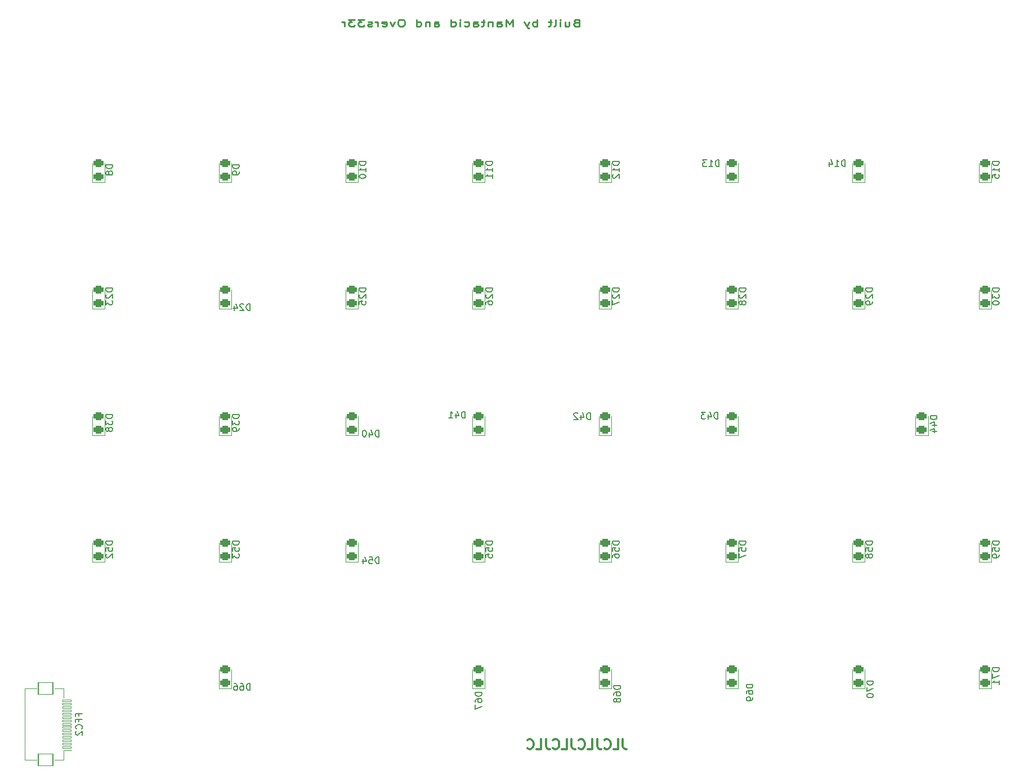
<source format=gbo>
%TF.GenerationSoftware,KiCad,Pcbnew,(6.0.10)*%
%TF.CreationDate,2023-02-02T17:49:13-08:00*%
%TF.ProjectId,netrazr_rev2-Right,6e657472-617a-4725-9f72-6576322d5269,2*%
%TF.SameCoordinates,Original*%
%TF.FileFunction,Legend,Bot*%
%TF.FilePolarity,Positive*%
%FSLAX46Y46*%
G04 Gerber Fmt 4.6, Leading zero omitted, Abs format (unit mm)*
G04 Created by KiCad (PCBNEW (6.0.10)) date 2023-02-02 17:49:13*
%MOMM*%
%LPD*%
G01*
G04 APERTURE LIST*
G04 Aperture macros list*
%AMRoundRect*
0 Rectangle with rounded corners*
0 $1 Rounding radius*
0 $2 $3 $4 $5 $6 $7 $8 $9 X,Y pos of 4 corners*
0 Add a 4 corners polygon primitive as box body*
4,1,4,$2,$3,$4,$5,$6,$7,$8,$9,$2,$3,0*
0 Add four circle primitives for the rounded corners*
1,1,$1+$1,$2,$3*
1,1,$1+$1,$4,$5*
1,1,$1+$1,$6,$7*
1,1,$1+$1,$8,$9*
0 Add four rect primitives between the rounded corners*
20,1,$1+$1,$2,$3,$4,$5,0*
20,1,$1+$1,$4,$5,$6,$7,0*
20,1,$1+$1,$6,$7,$8,$9,0*
20,1,$1+$1,$8,$9,$2,$3,0*%
G04 Aperture macros list end*
%ADD10C,0.250000*%
%ADD11C,0.300000*%
%ADD12C,0.150000*%
%ADD13C,0.120000*%
%ADD14C,3.531000*%
%ADD15C,1.803800*%
%ADD16C,1.092600*%
%ADD17C,2.134000*%
%ADD18C,3.802000*%
%ADD19RoundRect,0.301000X0.450000X-0.325000X0.450000X0.325000X-0.450000X0.325000X-0.450000X-0.325000X0*%
%ADD20RoundRect,0.051000X0.650000X-0.150000X0.650000X0.150000X-0.650000X0.150000X-0.650000X-0.150000X0*%
%ADD21RoundRect,0.051000X1.100000X-0.900000X1.100000X0.900000X-1.100000X0.900000X-1.100000X-0.900000X0*%
G04 APERTURE END LIST*
D10*
X300241714Y-65206571D02*
X300027428Y-65254190D01*
X299956000Y-65301809D01*
X299884571Y-65397047D01*
X299884571Y-65539904D01*
X299956000Y-65635142D01*
X300027428Y-65682761D01*
X300170285Y-65730380D01*
X300741714Y-65730380D01*
X300741714Y-64730380D01*
X300241714Y-64730380D01*
X300098857Y-64778000D01*
X300027428Y-64825619D01*
X299956000Y-64920857D01*
X299956000Y-65016095D01*
X300027428Y-65111333D01*
X300098857Y-65158952D01*
X300241714Y-65206571D01*
X300741714Y-65206571D01*
X298598857Y-65063714D02*
X298598857Y-65730380D01*
X299241714Y-65063714D02*
X299241714Y-65587523D01*
X299170285Y-65682761D01*
X299027428Y-65730380D01*
X298813142Y-65730380D01*
X298670285Y-65682761D01*
X298598857Y-65635142D01*
X297884571Y-65730380D02*
X297884571Y-65063714D01*
X297884571Y-64730380D02*
X297956000Y-64778000D01*
X297884571Y-64825619D01*
X297813142Y-64778000D01*
X297884571Y-64730380D01*
X297884571Y-64825619D01*
X296956000Y-65730380D02*
X297098857Y-65682761D01*
X297170285Y-65587523D01*
X297170285Y-64730380D01*
X296598857Y-65063714D02*
X296027428Y-65063714D01*
X296384571Y-64730380D02*
X296384571Y-65587523D01*
X296313142Y-65682761D01*
X296170285Y-65730380D01*
X296027428Y-65730380D01*
X294384571Y-65730380D02*
X294384571Y-64730380D01*
X294384571Y-65111333D02*
X294241714Y-65063714D01*
X293956000Y-65063714D01*
X293813142Y-65111333D01*
X293741714Y-65158952D01*
X293670285Y-65254190D01*
X293670285Y-65539904D01*
X293741714Y-65635142D01*
X293813142Y-65682761D01*
X293956000Y-65730380D01*
X294241714Y-65730380D01*
X294384571Y-65682761D01*
X293170285Y-65063714D02*
X292813142Y-65730380D01*
X292456000Y-65063714D02*
X292813142Y-65730380D01*
X292956000Y-65968476D01*
X293027428Y-66016095D01*
X293170285Y-66063714D01*
X290741714Y-65730380D02*
X290741714Y-64730380D01*
X290241714Y-65444666D01*
X289741714Y-64730380D01*
X289741714Y-65730380D01*
X288384571Y-65730380D02*
X288384571Y-65206571D01*
X288456000Y-65111333D01*
X288598857Y-65063714D01*
X288884571Y-65063714D01*
X289027428Y-65111333D01*
X288384571Y-65682761D02*
X288527428Y-65730380D01*
X288884571Y-65730380D01*
X289027428Y-65682761D01*
X289098857Y-65587523D01*
X289098857Y-65492285D01*
X289027428Y-65397047D01*
X288884571Y-65349428D01*
X288527428Y-65349428D01*
X288384571Y-65301809D01*
X287670285Y-65063714D02*
X287670285Y-65730380D01*
X287670285Y-65158952D02*
X287598857Y-65111333D01*
X287456000Y-65063714D01*
X287241714Y-65063714D01*
X287098857Y-65111333D01*
X287027428Y-65206571D01*
X287027428Y-65730380D01*
X286527428Y-65063714D02*
X285956000Y-65063714D01*
X286313142Y-64730380D02*
X286313142Y-65587523D01*
X286241714Y-65682761D01*
X286098857Y-65730380D01*
X285956000Y-65730380D01*
X284813142Y-65730380D02*
X284813142Y-65206571D01*
X284884571Y-65111333D01*
X285027428Y-65063714D01*
X285313142Y-65063714D01*
X285456000Y-65111333D01*
X284813142Y-65682761D02*
X284956000Y-65730380D01*
X285313142Y-65730380D01*
X285456000Y-65682761D01*
X285527428Y-65587523D01*
X285527428Y-65492285D01*
X285456000Y-65397047D01*
X285313142Y-65349428D01*
X284956000Y-65349428D01*
X284813142Y-65301809D01*
X283456000Y-65682761D02*
X283598857Y-65730380D01*
X283884571Y-65730380D01*
X284027428Y-65682761D01*
X284098857Y-65635142D01*
X284170285Y-65539904D01*
X284170285Y-65254190D01*
X284098857Y-65158952D01*
X284027428Y-65111333D01*
X283884571Y-65063714D01*
X283598857Y-65063714D01*
X283456000Y-65111333D01*
X282813142Y-65730380D02*
X282813142Y-65063714D01*
X282813142Y-64730380D02*
X282884571Y-64778000D01*
X282813142Y-64825619D01*
X282741714Y-64778000D01*
X282813142Y-64730380D01*
X282813142Y-64825619D01*
X281456000Y-65730380D02*
X281456000Y-64730380D01*
X281456000Y-65682761D02*
X281598857Y-65730380D01*
X281884571Y-65730380D01*
X282027428Y-65682761D01*
X282098857Y-65635142D01*
X282170285Y-65539904D01*
X282170285Y-65254190D01*
X282098857Y-65158952D01*
X282027428Y-65111333D01*
X281884571Y-65063714D01*
X281598857Y-65063714D01*
X281456000Y-65111333D01*
X278956000Y-65730380D02*
X278956000Y-65206571D01*
X279027428Y-65111333D01*
X279170285Y-65063714D01*
X279456000Y-65063714D01*
X279598857Y-65111333D01*
X278956000Y-65682761D02*
X279098857Y-65730380D01*
X279456000Y-65730380D01*
X279598857Y-65682761D01*
X279670285Y-65587523D01*
X279670285Y-65492285D01*
X279598857Y-65397047D01*
X279456000Y-65349428D01*
X279098857Y-65349428D01*
X278956000Y-65301809D01*
X278241714Y-65063714D02*
X278241714Y-65730380D01*
X278241714Y-65158952D02*
X278170285Y-65111333D01*
X278027428Y-65063714D01*
X277813142Y-65063714D01*
X277670285Y-65111333D01*
X277598857Y-65206571D01*
X277598857Y-65730380D01*
X276241714Y-65730380D02*
X276241714Y-64730380D01*
X276241714Y-65682761D02*
X276384571Y-65730380D01*
X276670285Y-65730380D01*
X276813142Y-65682761D01*
X276884571Y-65635142D01*
X276956000Y-65539904D01*
X276956000Y-65254190D01*
X276884571Y-65158952D01*
X276813142Y-65111333D01*
X276670285Y-65063714D01*
X276384571Y-65063714D01*
X276241714Y-65111333D01*
X274098857Y-64730380D02*
X273813142Y-64730380D01*
X273670285Y-64778000D01*
X273527428Y-64873238D01*
X273456000Y-65063714D01*
X273456000Y-65397047D01*
X273527428Y-65587523D01*
X273670285Y-65682761D01*
X273813142Y-65730380D01*
X274098857Y-65730380D01*
X274241714Y-65682761D01*
X274384571Y-65587523D01*
X274456000Y-65397047D01*
X274456000Y-65063714D01*
X274384571Y-64873238D01*
X274241714Y-64778000D01*
X274098857Y-64730380D01*
X272956000Y-65063714D02*
X272598857Y-65730380D01*
X272241714Y-65063714D01*
X271098857Y-65682761D02*
X271241714Y-65730380D01*
X271527428Y-65730380D01*
X271670285Y-65682761D01*
X271741714Y-65587523D01*
X271741714Y-65206571D01*
X271670285Y-65111333D01*
X271527428Y-65063714D01*
X271241714Y-65063714D01*
X271098857Y-65111333D01*
X271027428Y-65206571D01*
X271027428Y-65301809D01*
X271741714Y-65397047D01*
X270384571Y-65730380D02*
X270384571Y-65063714D01*
X270384571Y-65254190D02*
X270313142Y-65158952D01*
X270241714Y-65111333D01*
X270098857Y-65063714D01*
X269956000Y-65063714D01*
X269527428Y-65682761D02*
X269384571Y-65730380D01*
X269098857Y-65730380D01*
X268956000Y-65682761D01*
X268884571Y-65587523D01*
X268884571Y-65539904D01*
X268956000Y-65444666D01*
X269098857Y-65397047D01*
X269313142Y-65397047D01*
X269456000Y-65349428D01*
X269527428Y-65254190D01*
X269527428Y-65206571D01*
X269456000Y-65111333D01*
X269313142Y-65063714D01*
X269098857Y-65063714D01*
X268956000Y-65111333D01*
X268384571Y-64730380D02*
X267456000Y-64730380D01*
X267956000Y-65111333D01*
X267741714Y-65111333D01*
X267598857Y-65158952D01*
X267527428Y-65206571D01*
X267456000Y-65301809D01*
X267456000Y-65539904D01*
X267527428Y-65635142D01*
X267598857Y-65682761D01*
X267741714Y-65730380D01*
X268170285Y-65730380D01*
X268313142Y-65682761D01*
X268384571Y-65635142D01*
X266956000Y-64730380D02*
X266027428Y-64730380D01*
X266527428Y-65111333D01*
X266313142Y-65111333D01*
X266170285Y-65158952D01*
X266098857Y-65206571D01*
X266027428Y-65301809D01*
X266027428Y-65539904D01*
X266098857Y-65635142D01*
X266170285Y-65682761D01*
X266313142Y-65730380D01*
X266741714Y-65730380D01*
X266884571Y-65682761D01*
X266956000Y-65635142D01*
X265384571Y-65730380D02*
X265384571Y-65063714D01*
X265384571Y-65254190D02*
X265313142Y-65158952D01*
X265241714Y-65111333D01*
X265098857Y-65063714D01*
X264956000Y-65063714D01*
D11*
X307283571Y-173041571D02*
X307283571Y-174113000D01*
X307355000Y-174327285D01*
X307497857Y-174470142D01*
X307712142Y-174541571D01*
X307855000Y-174541571D01*
X305855000Y-174541571D02*
X306569285Y-174541571D01*
X306569285Y-173041571D01*
X304497857Y-174398714D02*
X304569285Y-174470142D01*
X304783571Y-174541571D01*
X304926428Y-174541571D01*
X305140714Y-174470142D01*
X305283571Y-174327285D01*
X305355000Y-174184428D01*
X305426428Y-173898714D01*
X305426428Y-173684428D01*
X305355000Y-173398714D01*
X305283571Y-173255857D01*
X305140714Y-173113000D01*
X304926428Y-173041571D01*
X304783571Y-173041571D01*
X304569285Y-173113000D01*
X304497857Y-173184428D01*
X303426428Y-173041571D02*
X303426428Y-174113000D01*
X303497857Y-174327285D01*
X303640714Y-174470142D01*
X303855000Y-174541571D01*
X303997857Y-174541571D01*
X301997857Y-174541571D02*
X302712142Y-174541571D01*
X302712142Y-173041571D01*
X300640714Y-174398714D02*
X300712142Y-174470142D01*
X300926428Y-174541571D01*
X301069285Y-174541571D01*
X301283571Y-174470142D01*
X301426428Y-174327285D01*
X301497857Y-174184428D01*
X301569285Y-173898714D01*
X301569285Y-173684428D01*
X301497857Y-173398714D01*
X301426428Y-173255857D01*
X301283571Y-173113000D01*
X301069285Y-173041571D01*
X300926428Y-173041571D01*
X300712142Y-173113000D01*
X300640714Y-173184428D01*
X299569285Y-173041571D02*
X299569285Y-174113000D01*
X299640714Y-174327285D01*
X299783571Y-174470142D01*
X299997857Y-174541571D01*
X300140714Y-174541571D01*
X298140714Y-174541571D02*
X298855000Y-174541571D01*
X298855000Y-173041571D01*
X296783571Y-174398714D02*
X296855000Y-174470142D01*
X297069285Y-174541571D01*
X297212142Y-174541571D01*
X297426428Y-174470142D01*
X297569285Y-174327285D01*
X297640714Y-174184428D01*
X297712142Y-173898714D01*
X297712142Y-173684428D01*
X297640714Y-173398714D01*
X297569285Y-173255857D01*
X297426428Y-173113000D01*
X297212142Y-173041571D01*
X297069285Y-173041571D01*
X296855000Y-173113000D01*
X296783571Y-173184428D01*
X295712142Y-173041571D02*
X295712142Y-174113000D01*
X295783571Y-174327285D01*
X295926428Y-174470142D01*
X296140714Y-174541571D01*
X296283571Y-174541571D01*
X294283571Y-174541571D02*
X294997857Y-174541571D01*
X294997857Y-173041571D01*
X292926428Y-174398714D02*
X292997857Y-174470142D01*
X293212142Y-174541571D01*
X293355000Y-174541571D01*
X293569285Y-174470142D01*
X293712142Y-174327285D01*
X293783571Y-174184428D01*
X293855000Y-173898714D01*
X293855000Y-173684428D01*
X293783571Y-173398714D01*
X293712142Y-173255857D01*
X293569285Y-173113000D01*
X293355000Y-173041571D01*
X293212142Y-173041571D01*
X292997857Y-173113000D01*
X292926428Y-173184428D01*
D12*
X306717380Y-86125714D02*
X305717380Y-86125714D01*
X305717380Y-86363809D01*
X305765000Y-86506666D01*
X305860238Y-86601904D01*
X305955476Y-86649523D01*
X306145952Y-86697142D01*
X306288809Y-86697142D01*
X306479285Y-86649523D01*
X306574523Y-86601904D01*
X306669761Y-86506666D01*
X306717380Y-86363809D01*
X306717380Y-86125714D01*
X306717380Y-87649523D02*
X306717380Y-87078095D01*
X306717380Y-87363809D02*
X305717380Y-87363809D01*
X305860238Y-87268571D01*
X305955476Y-87173333D01*
X306003095Y-87078095D01*
X305812619Y-88030476D02*
X305765000Y-88078095D01*
X305717380Y-88173333D01*
X305717380Y-88411428D01*
X305765000Y-88506666D01*
X305812619Y-88554285D01*
X305907857Y-88601904D01*
X306003095Y-88601904D01*
X306145952Y-88554285D01*
X306717380Y-87982857D01*
X306717380Y-88601904D01*
X268617380Y-86125714D02*
X267617380Y-86125714D01*
X267617380Y-86363809D01*
X267665000Y-86506666D01*
X267760238Y-86601904D01*
X267855476Y-86649523D01*
X268045952Y-86697142D01*
X268188809Y-86697142D01*
X268379285Y-86649523D01*
X268474523Y-86601904D01*
X268569761Y-86506666D01*
X268617380Y-86363809D01*
X268617380Y-86125714D01*
X268617380Y-87649523D02*
X268617380Y-87078095D01*
X268617380Y-87363809D02*
X267617380Y-87363809D01*
X267760238Y-87268571D01*
X267855476Y-87173333D01*
X267903095Y-87078095D01*
X267617380Y-88268571D02*
X267617380Y-88363809D01*
X267665000Y-88459047D01*
X267712619Y-88506666D01*
X267807857Y-88554285D01*
X267998333Y-88601904D01*
X268236428Y-88601904D01*
X268426904Y-88554285D01*
X268522142Y-88506666D01*
X268569761Y-88459047D01*
X268617380Y-88363809D01*
X268617380Y-88268571D01*
X268569761Y-88173333D01*
X268522142Y-88125714D01*
X268426904Y-88078095D01*
X268236428Y-88030476D01*
X267998333Y-88030476D01*
X267807857Y-88078095D01*
X267712619Y-88125714D01*
X267665000Y-88173333D01*
X267617380Y-88268571D01*
X363867380Y-162325714D02*
X362867380Y-162325714D01*
X362867380Y-162563809D01*
X362915000Y-162706666D01*
X363010238Y-162801904D01*
X363105476Y-162849523D01*
X363295952Y-162897142D01*
X363438809Y-162897142D01*
X363629285Y-162849523D01*
X363724523Y-162801904D01*
X363819761Y-162706666D01*
X363867380Y-162563809D01*
X363867380Y-162325714D01*
X362867380Y-163230476D02*
X362867380Y-163897142D01*
X363867380Y-163468571D01*
X363867380Y-164801904D02*
X363867380Y-164230476D01*
X363867380Y-164516190D02*
X362867380Y-164516190D01*
X363010238Y-164420952D01*
X363105476Y-164325714D01*
X363153095Y-164230476D01*
X251219285Y-165682380D02*
X251219285Y-164682380D01*
X250981190Y-164682380D01*
X250838333Y-164730000D01*
X250743095Y-164825238D01*
X250695476Y-164920476D01*
X250647857Y-165110952D01*
X250647857Y-165253809D01*
X250695476Y-165444285D01*
X250743095Y-165539523D01*
X250838333Y-165634761D01*
X250981190Y-165682380D01*
X251219285Y-165682380D01*
X249790714Y-164682380D02*
X249981190Y-164682380D01*
X250076428Y-164730000D01*
X250124047Y-164777619D01*
X250219285Y-164920476D01*
X250266904Y-165110952D01*
X250266904Y-165491904D01*
X250219285Y-165587142D01*
X250171666Y-165634761D01*
X250076428Y-165682380D01*
X249885952Y-165682380D01*
X249790714Y-165634761D01*
X249743095Y-165587142D01*
X249695476Y-165491904D01*
X249695476Y-165253809D01*
X249743095Y-165158571D01*
X249790714Y-165110952D01*
X249885952Y-165063333D01*
X250076428Y-165063333D01*
X250171666Y-165110952D01*
X250219285Y-165158571D01*
X250266904Y-165253809D01*
X248838333Y-164682380D02*
X249028809Y-164682380D01*
X249124047Y-164730000D01*
X249171666Y-164777619D01*
X249266904Y-164920476D01*
X249314523Y-165110952D01*
X249314523Y-165491904D01*
X249266904Y-165587142D01*
X249219285Y-165634761D01*
X249124047Y-165682380D01*
X248933571Y-165682380D01*
X248838333Y-165634761D01*
X248790714Y-165587142D01*
X248743095Y-165491904D01*
X248743095Y-165253809D01*
X248790714Y-165158571D01*
X248838333Y-165110952D01*
X248933571Y-165063333D01*
X249124047Y-165063333D01*
X249219285Y-165110952D01*
X249266904Y-165158571D01*
X249314523Y-165253809D01*
X321559285Y-124842380D02*
X321559285Y-123842380D01*
X321321190Y-123842380D01*
X321178333Y-123890000D01*
X321083095Y-123985238D01*
X321035476Y-124080476D01*
X320987857Y-124270952D01*
X320987857Y-124413809D01*
X321035476Y-124604285D01*
X321083095Y-124699523D01*
X321178333Y-124794761D01*
X321321190Y-124842380D01*
X321559285Y-124842380D01*
X320130714Y-124175714D02*
X320130714Y-124842380D01*
X320368809Y-123794761D02*
X320606904Y-124509047D01*
X319987857Y-124509047D01*
X319702142Y-123842380D02*
X319083095Y-123842380D01*
X319416428Y-124223333D01*
X319273571Y-124223333D01*
X319178333Y-124270952D01*
X319130714Y-124318571D01*
X319083095Y-124413809D01*
X319083095Y-124651904D01*
X319130714Y-124747142D01*
X319178333Y-124794761D01*
X319273571Y-124842380D01*
X319559285Y-124842380D01*
X319654523Y-124794761D01*
X319702142Y-124747142D01*
X230517380Y-86601904D02*
X229517380Y-86601904D01*
X229517380Y-86840000D01*
X229565000Y-86982857D01*
X229660238Y-87078095D01*
X229755476Y-87125714D01*
X229945952Y-87173333D01*
X230088809Y-87173333D01*
X230279285Y-87125714D01*
X230374523Y-87078095D01*
X230469761Y-86982857D01*
X230517380Y-86840000D01*
X230517380Y-86601904D01*
X229945952Y-87744761D02*
X229898333Y-87649523D01*
X229850714Y-87601904D01*
X229755476Y-87554285D01*
X229707857Y-87554285D01*
X229612619Y-87601904D01*
X229565000Y-87649523D01*
X229517380Y-87744761D01*
X229517380Y-87935238D01*
X229565000Y-88030476D01*
X229612619Y-88078095D01*
X229707857Y-88125714D01*
X229755476Y-88125714D01*
X229850714Y-88078095D01*
X229898333Y-88030476D01*
X229945952Y-87935238D01*
X229945952Y-87744761D01*
X229993571Y-87649523D01*
X230041190Y-87601904D01*
X230136428Y-87554285D01*
X230326904Y-87554285D01*
X230422142Y-87601904D01*
X230469761Y-87649523D01*
X230517380Y-87744761D01*
X230517380Y-87935238D01*
X230469761Y-88030476D01*
X230422142Y-88078095D01*
X230326904Y-88125714D01*
X230136428Y-88125714D01*
X230041190Y-88078095D01*
X229993571Y-88030476D01*
X229945952Y-87935238D01*
X363867380Y-105175714D02*
X362867380Y-105175714D01*
X362867380Y-105413809D01*
X362915000Y-105556666D01*
X363010238Y-105651904D01*
X363105476Y-105699523D01*
X363295952Y-105747142D01*
X363438809Y-105747142D01*
X363629285Y-105699523D01*
X363724523Y-105651904D01*
X363819761Y-105556666D01*
X363867380Y-105413809D01*
X363867380Y-105175714D01*
X362867380Y-106080476D02*
X362867380Y-106699523D01*
X363248333Y-106366190D01*
X363248333Y-106509047D01*
X363295952Y-106604285D01*
X363343571Y-106651904D01*
X363438809Y-106699523D01*
X363676904Y-106699523D01*
X363772142Y-106651904D01*
X363819761Y-106604285D01*
X363867380Y-106509047D01*
X363867380Y-106223333D01*
X363819761Y-106128095D01*
X363772142Y-106080476D01*
X362867380Y-107318571D02*
X362867380Y-107413809D01*
X362915000Y-107509047D01*
X362962619Y-107556666D01*
X363057857Y-107604285D01*
X363248333Y-107651904D01*
X363486428Y-107651904D01*
X363676904Y-107604285D01*
X363772142Y-107556666D01*
X363819761Y-107509047D01*
X363867380Y-107413809D01*
X363867380Y-107318571D01*
X363819761Y-107223333D01*
X363772142Y-107175714D01*
X363676904Y-107128095D01*
X363486428Y-107080476D01*
X363248333Y-107080476D01*
X363057857Y-107128095D01*
X362962619Y-107175714D01*
X362915000Y-107223333D01*
X362867380Y-107318571D01*
X283579285Y-124722380D02*
X283579285Y-123722380D01*
X283341190Y-123722380D01*
X283198333Y-123770000D01*
X283103095Y-123865238D01*
X283055476Y-123960476D01*
X283007857Y-124150952D01*
X283007857Y-124293809D01*
X283055476Y-124484285D01*
X283103095Y-124579523D01*
X283198333Y-124674761D01*
X283341190Y-124722380D01*
X283579285Y-124722380D01*
X282150714Y-124055714D02*
X282150714Y-124722380D01*
X282388809Y-123674761D02*
X282626904Y-124389047D01*
X282007857Y-124389047D01*
X281103095Y-124722380D02*
X281674523Y-124722380D01*
X281388809Y-124722380D02*
X281388809Y-123722380D01*
X281484047Y-123865238D01*
X281579285Y-123960476D01*
X281674523Y-124008095D01*
X270589285Y-127532380D02*
X270589285Y-126532380D01*
X270351190Y-126532380D01*
X270208333Y-126580000D01*
X270113095Y-126675238D01*
X270065476Y-126770476D01*
X270017857Y-126960952D01*
X270017857Y-127103809D01*
X270065476Y-127294285D01*
X270113095Y-127389523D01*
X270208333Y-127484761D01*
X270351190Y-127532380D01*
X270589285Y-127532380D01*
X269160714Y-126865714D02*
X269160714Y-127532380D01*
X269398809Y-126484761D02*
X269636904Y-127199047D01*
X269017857Y-127199047D01*
X268446428Y-126532380D02*
X268351190Y-126532380D01*
X268255952Y-126580000D01*
X268208333Y-126627619D01*
X268160714Y-126722857D01*
X268113095Y-126913333D01*
X268113095Y-127151428D01*
X268160714Y-127341904D01*
X268208333Y-127437142D01*
X268255952Y-127484761D01*
X268351190Y-127532380D01*
X268446428Y-127532380D01*
X268541666Y-127484761D01*
X268589285Y-127437142D01*
X268636904Y-127341904D01*
X268684523Y-127151428D01*
X268684523Y-126913333D01*
X268636904Y-126722857D01*
X268589285Y-126627619D01*
X268541666Y-126580000D01*
X268446428Y-126532380D01*
X363867380Y-86125714D02*
X362867380Y-86125714D01*
X362867380Y-86363809D01*
X362915000Y-86506666D01*
X363010238Y-86601904D01*
X363105476Y-86649523D01*
X363295952Y-86697142D01*
X363438809Y-86697142D01*
X363629285Y-86649523D01*
X363724523Y-86601904D01*
X363819761Y-86506666D01*
X363867380Y-86363809D01*
X363867380Y-86125714D01*
X363867380Y-87649523D02*
X363867380Y-87078095D01*
X363867380Y-87363809D02*
X362867380Y-87363809D01*
X363010238Y-87268571D01*
X363105476Y-87173333D01*
X363153095Y-87078095D01*
X362867380Y-88554285D02*
X362867380Y-88078095D01*
X363343571Y-88030476D01*
X363295952Y-88078095D01*
X363248333Y-88173333D01*
X363248333Y-88411428D01*
X363295952Y-88506666D01*
X363343571Y-88554285D01*
X363438809Y-88601904D01*
X363676904Y-88601904D01*
X363772142Y-88554285D01*
X363819761Y-88506666D01*
X363867380Y-88411428D01*
X363867380Y-88173333D01*
X363819761Y-88078095D01*
X363772142Y-88030476D01*
X321759285Y-86872380D02*
X321759285Y-85872380D01*
X321521190Y-85872380D01*
X321378333Y-85920000D01*
X321283095Y-86015238D01*
X321235476Y-86110476D01*
X321187857Y-86300952D01*
X321187857Y-86443809D01*
X321235476Y-86634285D01*
X321283095Y-86729523D01*
X321378333Y-86824761D01*
X321521190Y-86872380D01*
X321759285Y-86872380D01*
X320235476Y-86872380D02*
X320806904Y-86872380D01*
X320521190Y-86872380D02*
X320521190Y-85872380D01*
X320616428Y-86015238D01*
X320711666Y-86110476D01*
X320806904Y-86158095D01*
X319902142Y-85872380D02*
X319283095Y-85872380D01*
X319616428Y-86253333D01*
X319473571Y-86253333D01*
X319378333Y-86300952D01*
X319330714Y-86348571D01*
X319283095Y-86443809D01*
X319283095Y-86681904D01*
X319330714Y-86777142D01*
X319378333Y-86824761D01*
X319473571Y-86872380D01*
X319759285Y-86872380D01*
X319854523Y-86824761D01*
X319902142Y-86777142D01*
X230517380Y-105175714D02*
X229517380Y-105175714D01*
X229517380Y-105413809D01*
X229565000Y-105556666D01*
X229660238Y-105651904D01*
X229755476Y-105699523D01*
X229945952Y-105747142D01*
X230088809Y-105747142D01*
X230279285Y-105699523D01*
X230374523Y-105651904D01*
X230469761Y-105556666D01*
X230517380Y-105413809D01*
X230517380Y-105175714D01*
X229612619Y-106128095D02*
X229565000Y-106175714D01*
X229517380Y-106270952D01*
X229517380Y-106509047D01*
X229565000Y-106604285D01*
X229612619Y-106651904D01*
X229707857Y-106699523D01*
X229803095Y-106699523D01*
X229945952Y-106651904D01*
X230517380Y-106080476D01*
X230517380Y-106699523D01*
X229517380Y-107032857D02*
X229517380Y-107651904D01*
X229898333Y-107318571D01*
X229898333Y-107461428D01*
X229945952Y-107556666D01*
X229993571Y-107604285D01*
X230088809Y-107651904D01*
X230326904Y-107651904D01*
X230422142Y-107604285D01*
X230469761Y-107556666D01*
X230517380Y-107461428D01*
X230517380Y-107175714D01*
X230469761Y-107080476D01*
X230422142Y-107032857D01*
X306717380Y-143275714D02*
X305717380Y-143275714D01*
X305717380Y-143513809D01*
X305765000Y-143656666D01*
X305860238Y-143751904D01*
X305955476Y-143799523D01*
X306145952Y-143847142D01*
X306288809Y-143847142D01*
X306479285Y-143799523D01*
X306574523Y-143751904D01*
X306669761Y-143656666D01*
X306717380Y-143513809D01*
X306717380Y-143275714D01*
X305717380Y-144751904D02*
X305717380Y-144275714D01*
X306193571Y-144228095D01*
X306145952Y-144275714D01*
X306098333Y-144370952D01*
X306098333Y-144609047D01*
X306145952Y-144704285D01*
X306193571Y-144751904D01*
X306288809Y-144799523D01*
X306526904Y-144799523D01*
X306622142Y-144751904D01*
X306669761Y-144704285D01*
X306717380Y-144609047D01*
X306717380Y-144370952D01*
X306669761Y-144275714D01*
X306622142Y-144228095D01*
X305717380Y-145656666D02*
X305717380Y-145466190D01*
X305765000Y-145370952D01*
X305812619Y-145323333D01*
X305955476Y-145228095D01*
X306145952Y-145180476D01*
X306526904Y-145180476D01*
X306622142Y-145228095D01*
X306669761Y-145275714D01*
X306717380Y-145370952D01*
X306717380Y-145561428D01*
X306669761Y-145656666D01*
X306622142Y-145704285D01*
X306526904Y-145751904D01*
X306288809Y-145751904D01*
X306193571Y-145704285D01*
X306145952Y-145656666D01*
X306098333Y-145561428D01*
X306098333Y-145370952D01*
X306145952Y-145275714D01*
X306193571Y-145228095D01*
X306288809Y-145180476D01*
X270599285Y-146632380D02*
X270599285Y-145632380D01*
X270361190Y-145632380D01*
X270218333Y-145680000D01*
X270123095Y-145775238D01*
X270075476Y-145870476D01*
X270027857Y-146060952D01*
X270027857Y-146203809D01*
X270075476Y-146394285D01*
X270123095Y-146489523D01*
X270218333Y-146584761D01*
X270361190Y-146632380D01*
X270599285Y-146632380D01*
X269123095Y-145632380D02*
X269599285Y-145632380D01*
X269646904Y-146108571D01*
X269599285Y-146060952D01*
X269504047Y-146013333D01*
X269265952Y-146013333D01*
X269170714Y-146060952D01*
X269123095Y-146108571D01*
X269075476Y-146203809D01*
X269075476Y-146441904D01*
X269123095Y-146537142D01*
X269170714Y-146584761D01*
X269265952Y-146632380D01*
X269504047Y-146632380D01*
X269599285Y-146584761D01*
X269646904Y-146537142D01*
X268218333Y-145965714D02*
X268218333Y-146632380D01*
X268456428Y-145584761D02*
X268694523Y-146299047D01*
X268075476Y-146299047D01*
X249567380Y-143275714D02*
X248567380Y-143275714D01*
X248567380Y-143513809D01*
X248615000Y-143656666D01*
X248710238Y-143751904D01*
X248805476Y-143799523D01*
X248995952Y-143847142D01*
X249138809Y-143847142D01*
X249329285Y-143799523D01*
X249424523Y-143751904D01*
X249519761Y-143656666D01*
X249567380Y-143513809D01*
X249567380Y-143275714D01*
X248567380Y-144751904D02*
X248567380Y-144275714D01*
X249043571Y-144228095D01*
X248995952Y-144275714D01*
X248948333Y-144370952D01*
X248948333Y-144609047D01*
X248995952Y-144704285D01*
X249043571Y-144751904D01*
X249138809Y-144799523D01*
X249376904Y-144799523D01*
X249472142Y-144751904D01*
X249519761Y-144704285D01*
X249567380Y-144609047D01*
X249567380Y-144370952D01*
X249519761Y-144275714D01*
X249472142Y-144228095D01*
X248567380Y-145132857D02*
X248567380Y-145751904D01*
X248948333Y-145418571D01*
X248948333Y-145561428D01*
X248995952Y-145656666D01*
X249043571Y-145704285D01*
X249138809Y-145751904D01*
X249376904Y-145751904D01*
X249472142Y-145704285D01*
X249519761Y-145656666D01*
X249567380Y-145561428D01*
X249567380Y-145275714D01*
X249519761Y-145180476D01*
X249472142Y-145132857D01*
X230517380Y-143275714D02*
X229517380Y-143275714D01*
X229517380Y-143513809D01*
X229565000Y-143656666D01*
X229660238Y-143751904D01*
X229755476Y-143799523D01*
X229945952Y-143847142D01*
X230088809Y-143847142D01*
X230279285Y-143799523D01*
X230374523Y-143751904D01*
X230469761Y-143656666D01*
X230517380Y-143513809D01*
X230517380Y-143275714D01*
X229517380Y-144751904D02*
X229517380Y-144275714D01*
X229993571Y-144228095D01*
X229945952Y-144275714D01*
X229898333Y-144370952D01*
X229898333Y-144609047D01*
X229945952Y-144704285D01*
X229993571Y-144751904D01*
X230088809Y-144799523D01*
X230326904Y-144799523D01*
X230422142Y-144751904D01*
X230469761Y-144704285D01*
X230517380Y-144609047D01*
X230517380Y-144370952D01*
X230469761Y-144275714D01*
X230422142Y-144228095D01*
X229612619Y-145180476D02*
X229565000Y-145228095D01*
X229517380Y-145323333D01*
X229517380Y-145561428D01*
X229565000Y-145656666D01*
X229612619Y-145704285D01*
X229707857Y-145751904D01*
X229803095Y-145751904D01*
X229945952Y-145704285D01*
X230517380Y-145132857D01*
X230517380Y-145751904D01*
X251209285Y-108522380D02*
X251209285Y-107522380D01*
X250971190Y-107522380D01*
X250828333Y-107570000D01*
X250733095Y-107665238D01*
X250685476Y-107760476D01*
X250637857Y-107950952D01*
X250637857Y-108093809D01*
X250685476Y-108284285D01*
X250733095Y-108379523D01*
X250828333Y-108474761D01*
X250971190Y-108522380D01*
X251209285Y-108522380D01*
X250256904Y-107617619D02*
X250209285Y-107570000D01*
X250114047Y-107522380D01*
X249875952Y-107522380D01*
X249780714Y-107570000D01*
X249733095Y-107617619D01*
X249685476Y-107712857D01*
X249685476Y-107808095D01*
X249733095Y-107950952D01*
X250304523Y-108522380D01*
X249685476Y-108522380D01*
X248828333Y-107855714D02*
X248828333Y-108522380D01*
X249066428Y-107474761D02*
X249304523Y-108189047D01*
X248685476Y-108189047D01*
X326837380Y-164785714D02*
X325837380Y-164785714D01*
X325837380Y-165023809D01*
X325885000Y-165166666D01*
X325980238Y-165261904D01*
X326075476Y-165309523D01*
X326265952Y-165357142D01*
X326408809Y-165357142D01*
X326599285Y-165309523D01*
X326694523Y-165261904D01*
X326789761Y-165166666D01*
X326837380Y-165023809D01*
X326837380Y-164785714D01*
X325837380Y-166214285D02*
X325837380Y-166023809D01*
X325885000Y-165928571D01*
X325932619Y-165880952D01*
X326075476Y-165785714D01*
X326265952Y-165738095D01*
X326646904Y-165738095D01*
X326742142Y-165785714D01*
X326789761Y-165833333D01*
X326837380Y-165928571D01*
X326837380Y-166119047D01*
X326789761Y-166214285D01*
X326742142Y-166261904D01*
X326646904Y-166309523D01*
X326408809Y-166309523D01*
X326313571Y-166261904D01*
X326265952Y-166214285D01*
X326218333Y-166119047D01*
X326218333Y-165928571D01*
X326265952Y-165833333D01*
X326313571Y-165785714D01*
X326408809Y-165738095D01*
X326837380Y-166785714D02*
X326837380Y-166976190D01*
X326789761Y-167071428D01*
X326742142Y-167119047D01*
X326599285Y-167214285D01*
X326408809Y-167261904D01*
X326027857Y-167261904D01*
X325932619Y-167214285D01*
X325885000Y-167166666D01*
X325837380Y-167071428D01*
X325837380Y-166880952D01*
X325885000Y-166785714D01*
X325932619Y-166738095D01*
X326027857Y-166690476D01*
X326265952Y-166690476D01*
X326361190Y-166738095D01*
X326408809Y-166785714D01*
X326456428Y-166880952D01*
X326456428Y-167071428D01*
X326408809Y-167166666D01*
X326361190Y-167214285D01*
X326265952Y-167261904D01*
X286077380Y-166015714D02*
X285077380Y-166015714D01*
X285077380Y-166253809D01*
X285125000Y-166396666D01*
X285220238Y-166491904D01*
X285315476Y-166539523D01*
X285505952Y-166587142D01*
X285648809Y-166587142D01*
X285839285Y-166539523D01*
X285934523Y-166491904D01*
X286029761Y-166396666D01*
X286077380Y-166253809D01*
X286077380Y-166015714D01*
X285077380Y-167444285D02*
X285077380Y-167253809D01*
X285125000Y-167158571D01*
X285172619Y-167110952D01*
X285315476Y-167015714D01*
X285505952Y-166968095D01*
X285886904Y-166968095D01*
X285982142Y-167015714D01*
X286029761Y-167063333D01*
X286077380Y-167158571D01*
X286077380Y-167349047D01*
X286029761Y-167444285D01*
X285982142Y-167491904D01*
X285886904Y-167539523D01*
X285648809Y-167539523D01*
X285553571Y-167491904D01*
X285505952Y-167444285D01*
X285458333Y-167349047D01*
X285458333Y-167158571D01*
X285505952Y-167063333D01*
X285553571Y-167015714D01*
X285648809Y-166968095D01*
X285077380Y-167872857D02*
X285077380Y-168539523D01*
X286077380Y-168110952D01*
X344817380Y-143275714D02*
X343817380Y-143275714D01*
X343817380Y-143513809D01*
X343865000Y-143656666D01*
X343960238Y-143751904D01*
X344055476Y-143799523D01*
X344245952Y-143847142D01*
X344388809Y-143847142D01*
X344579285Y-143799523D01*
X344674523Y-143751904D01*
X344769761Y-143656666D01*
X344817380Y-143513809D01*
X344817380Y-143275714D01*
X343817380Y-144751904D02*
X343817380Y-144275714D01*
X344293571Y-144228095D01*
X344245952Y-144275714D01*
X344198333Y-144370952D01*
X344198333Y-144609047D01*
X344245952Y-144704285D01*
X344293571Y-144751904D01*
X344388809Y-144799523D01*
X344626904Y-144799523D01*
X344722142Y-144751904D01*
X344769761Y-144704285D01*
X344817380Y-144609047D01*
X344817380Y-144370952D01*
X344769761Y-144275714D01*
X344722142Y-144228095D01*
X344245952Y-145370952D02*
X344198333Y-145275714D01*
X344150714Y-145228095D01*
X344055476Y-145180476D01*
X344007857Y-145180476D01*
X343912619Y-145228095D01*
X343865000Y-145275714D01*
X343817380Y-145370952D01*
X343817380Y-145561428D01*
X343865000Y-145656666D01*
X343912619Y-145704285D01*
X344007857Y-145751904D01*
X344055476Y-145751904D01*
X344150714Y-145704285D01*
X344198333Y-145656666D01*
X344245952Y-145561428D01*
X344245952Y-145370952D01*
X344293571Y-145275714D01*
X344341190Y-145228095D01*
X344436428Y-145180476D01*
X344626904Y-145180476D01*
X344722142Y-145228095D01*
X344769761Y-145275714D01*
X344817380Y-145370952D01*
X344817380Y-145561428D01*
X344769761Y-145656666D01*
X344722142Y-145704285D01*
X344626904Y-145751904D01*
X344436428Y-145751904D01*
X344341190Y-145704285D01*
X344293571Y-145656666D01*
X344245952Y-145561428D01*
X354517380Y-124375714D02*
X353517380Y-124375714D01*
X353517380Y-124613809D01*
X353565000Y-124756666D01*
X353660238Y-124851904D01*
X353755476Y-124899523D01*
X353945952Y-124947142D01*
X354088809Y-124947142D01*
X354279285Y-124899523D01*
X354374523Y-124851904D01*
X354469761Y-124756666D01*
X354517380Y-124613809D01*
X354517380Y-124375714D01*
X353850714Y-125804285D02*
X354517380Y-125804285D01*
X353469761Y-125566190D02*
X354184047Y-125328095D01*
X354184047Y-125947142D01*
X353850714Y-126756666D02*
X354517380Y-126756666D01*
X353469761Y-126518571D02*
X354184047Y-126280476D01*
X354184047Y-126899523D01*
X325767380Y-143275714D02*
X324767380Y-143275714D01*
X324767380Y-143513809D01*
X324815000Y-143656666D01*
X324910238Y-143751904D01*
X325005476Y-143799523D01*
X325195952Y-143847142D01*
X325338809Y-143847142D01*
X325529285Y-143799523D01*
X325624523Y-143751904D01*
X325719761Y-143656666D01*
X325767380Y-143513809D01*
X325767380Y-143275714D01*
X324767380Y-144751904D02*
X324767380Y-144275714D01*
X325243571Y-144228095D01*
X325195952Y-144275714D01*
X325148333Y-144370952D01*
X325148333Y-144609047D01*
X325195952Y-144704285D01*
X325243571Y-144751904D01*
X325338809Y-144799523D01*
X325576904Y-144799523D01*
X325672142Y-144751904D01*
X325719761Y-144704285D01*
X325767380Y-144609047D01*
X325767380Y-144370952D01*
X325719761Y-144275714D01*
X325672142Y-144228095D01*
X324767380Y-145132857D02*
X324767380Y-145799523D01*
X325767380Y-145370952D01*
X340729285Y-86832380D02*
X340729285Y-85832380D01*
X340491190Y-85832380D01*
X340348333Y-85880000D01*
X340253095Y-85975238D01*
X340205476Y-86070476D01*
X340157857Y-86260952D01*
X340157857Y-86403809D01*
X340205476Y-86594285D01*
X340253095Y-86689523D01*
X340348333Y-86784761D01*
X340491190Y-86832380D01*
X340729285Y-86832380D01*
X339205476Y-86832380D02*
X339776904Y-86832380D01*
X339491190Y-86832380D02*
X339491190Y-85832380D01*
X339586428Y-85975238D01*
X339681666Y-86070476D01*
X339776904Y-86118095D01*
X338348333Y-86165714D02*
X338348333Y-86832380D01*
X338586428Y-85784761D02*
X338824523Y-86499047D01*
X338205476Y-86499047D01*
X302389285Y-124922380D02*
X302389285Y-123922380D01*
X302151190Y-123922380D01*
X302008333Y-123970000D01*
X301913095Y-124065238D01*
X301865476Y-124160476D01*
X301817857Y-124350952D01*
X301817857Y-124493809D01*
X301865476Y-124684285D01*
X301913095Y-124779523D01*
X302008333Y-124874761D01*
X302151190Y-124922380D01*
X302389285Y-124922380D01*
X300960714Y-124255714D02*
X300960714Y-124922380D01*
X301198809Y-123874761D02*
X301436904Y-124589047D01*
X300817857Y-124589047D01*
X300484523Y-124017619D02*
X300436904Y-123970000D01*
X300341666Y-123922380D01*
X300103571Y-123922380D01*
X300008333Y-123970000D01*
X299960714Y-124017619D01*
X299913095Y-124112857D01*
X299913095Y-124208095D01*
X299960714Y-124350952D01*
X300532142Y-124922380D01*
X299913095Y-124922380D01*
X306917380Y-165015714D02*
X305917380Y-165015714D01*
X305917380Y-165253809D01*
X305965000Y-165396666D01*
X306060238Y-165491904D01*
X306155476Y-165539523D01*
X306345952Y-165587142D01*
X306488809Y-165587142D01*
X306679285Y-165539523D01*
X306774523Y-165491904D01*
X306869761Y-165396666D01*
X306917380Y-165253809D01*
X306917380Y-165015714D01*
X305917380Y-166444285D02*
X305917380Y-166253809D01*
X305965000Y-166158571D01*
X306012619Y-166110952D01*
X306155476Y-166015714D01*
X306345952Y-165968095D01*
X306726904Y-165968095D01*
X306822142Y-166015714D01*
X306869761Y-166063333D01*
X306917380Y-166158571D01*
X306917380Y-166349047D01*
X306869761Y-166444285D01*
X306822142Y-166491904D01*
X306726904Y-166539523D01*
X306488809Y-166539523D01*
X306393571Y-166491904D01*
X306345952Y-166444285D01*
X306298333Y-166349047D01*
X306298333Y-166158571D01*
X306345952Y-166063333D01*
X306393571Y-166015714D01*
X306488809Y-165968095D01*
X306345952Y-167110952D02*
X306298333Y-167015714D01*
X306250714Y-166968095D01*
X306155476Y-166920476D01*
X306107857Y-166920476D01*
X306012619Y-166968095D01*
X305965000Y-167015714D01*
X305917380Y-167110952D01*
X305917380Y-167301428D01*
X305965000Y-167396666D01*
X306012619Y-167444285D01*
X306107857Y-167491904D01*
X306155476Y-167491904D01*
X306250714Y-167444285D01*
X306298333Y-167396666D01*
X306345952Y-167301428D01*
X306345952Y-167110952D01*
X306393571Y-167015714D01*
X306441190Y-166968095D01*
X306536428Y-166920476D01*
X306726904Y-166920476D01*
X306822142Y-166968095D01*
X306869761Y-167015714D01*
X306917380Y-167110952D01*
X306917380Y-167301428D01*
X306869761Y-167396666D01*
X306822142Y-167444285D01*
X306726904Y-167491904D01*
X306536428Y-167491904D01*
X306441190Y-167444285D01*
X306393571Y-167396666D01*
X306345952Y-167301428D01*
X268617380Y-105175714D02*
X267617380Y-105175714D01*
X267617380Y-105413809D01*
X267665000Y-105556666D01*
X267760238Y-105651904D01*
X267855476Y-105699523D01*
X268045952Y-105747142D01*
X268188809Y-105747142D01*
X268379285Y-105699523D01*
X268474523Y-105651904D01*
X268569761Y-105556666D01*
X268617380Y-105413809D01*
X268617380Y-105175714D01*
X267712619Y-106128095D02*
X267665000Y-106175714D01*
X267617380Y-106270952D01*
X267617380Y-106509047D01*
X267665000Y-106604285D01*
X267712619Y-106651904D01*
X267807857Y-106699523D01*
X267903095Y-106699523D01*
X268045952Y-106651904D01*
X268617380Y-106080476D01*
X268617380Y-106699523D01*
X267617380Y-107604285D02*
X267617380Y-107128095D01*
X268093571Y-107080476D01*
X268045952Y-107128095D01*
X267998333Y-107223333D01*
X267998333Y-107461428D01*
X268045952Y-107556666D01*
X268093571Y-107604285D01*
X268188809Y-107651904D01*
X268426904Y-107651904D01*
X268522142Y-107604285D01*
X268569761Y-107556666D01*
X268617380Y-107461428D01*
X268617380Y-107223333D01*
X268569761Y-107128095D01*
X268522142Y-107080476D01*
X249567380Y-124225714D02*
X248567380Y-124225714D01*
X248567380Y-124463809D01*
X248615000Y-124606666D01*
X248710238Y-124701904D01*
X248805476Y-124749523D01*
X248995952Y-124797142D01*
X249138809Y-124797142D01*
X249329285Y-124749523D01*
X249424523Y-124701904D01*
X249519761Y-124606666D01*
X249567380Y-124463809D01*
X249567380Y-124225714D01*
X248567380Y-125130476D02*
X248567380Y-125749523D01*
X248948333Y-125416190D01*
X248948333Y-125559047D01*
X248995952Y-125654285D01*
X249043571Y-125701904D01*
X249138809Y-125749523D01*
X249376904Y-125749523D01*
X249472142Y-125701904D01*
X249519761Y-125654285D01*
X249567380Y-125559047D01*
X249567380Y-125273333D01*
X249519761Y-125178095D01*
X249472142Y-125130476D01*
X249567380Y-126225714D02*
X249567380Y-126416190D01*
X249519761Y-126511428D01*
X249472142Y-126559047D01*
X249329285Y-126654285D01*
X249138809Y-126701904D01*
X248757857Y-126701904D01*
X248662619Y-126654285D01*
X248615000Y-126606666D01*
X248567380Y-126511428D01*
X248567380Y-126320952D01*
X248615000Y-126225714D01*
X248662619Y-126178095D01*
X248757857Y-126130476D01*
X248995952Y-126130476D01*
X249091190Y-126178095D01*
X249138809Y-126225714D01*
X249186428Y-126320952D01*
X249186428Y-126511428D01*
X249138809Y-126606666D01*
X249091190Y-126654285D01*
X248995952Y-126701904D01*
X287667380Y-143275714D02*
X286667380Y-143275714D01*
X286667380Y-143513809D01*
X286715000Y-143656666D01*
X286810238Y-143751904D01*
X286905476Y-143799523D01*
X287095952Y-143847142D01*
X287238809Y-143847142D01*
X287429285Y-143799523D01*
X287524523Y-143751904D01*
X287619761Y-143656666D01*
X287667380Y-143513809D01*
X287667380Y-143275714D01*
X286667380Y-144751904D02*
X286667380Y-144275714D01*
X287143571Y-144228095D01*
X287095952Y-144275714D01*
X287048333Y-144370952D01*
X287048333Y-144609047D01*
X287095952Y-144704285D01*
X287143571Y-144751904D01*
X287238809Y-144799523D01*
X287476904Y-144799523D01*
X287572142Y-144751904D01*
X287619761Y-144704285D01*
X287667380Y-144609047D01*
X287667380Y-144370952D01*
X287619761Y-144275714D01*
X287572142Y-144228095D01*
X286667380Y-145704285D02*
X286667380Y-145228095D01*
X287143571Y-145180476D01*
X287095952Y-145228095D01*
X287048333Y-145323333D01*
X287048333Y-145561428D01*
X287095952Y-145656666D01*
X287143571Y-145704285D01*
X287238809Y-145751904D01*
X287476904Y-145751904D01*
X287572142Y-145704285D01*
X287619761Y-145656666D01*
X287667380Y-145561428D01*
X287667380Y-145323333D01*
X287619761Y-145228095D01*
X287572142Y-145180476D01*
X225458571Y-169538095D02*
X225458571Y-169204761D01*
X225982380Y-169204761D02*
X224982380Y-169204761D01*
X224982380Y-169680952D01*
X225458571Y-170395238D02*
X225458571Y-170061904D01*
X225982380Y-170061904D02*
X224982380Y-170061904D01*
X224982380Y-170538095D01*
X225887142Y-171490476D02*
X225934761Y-171442857D01*
X225982380Y-171300000D01*
X225982380Y-171204761D01*
X225934761Y-171061904D01*
X225839523Y-170966666D01*
X225744285Y-170919047D01*
X225553809Y-170871428D01*
X225410952Y-170871428D01*
X225220476Y-170919047D01*
X225125238Y-170966666D01*
X225030000Y-171061904D01*
X224982380Y-171204761D01*
X224982380Y-171300000D01*
X225030000Y-171442857D01*
X225077619Y-171490476D01*
X225077619Y-171871428D02*
X225030000Y-171919047D01*
X224982380Y-172014285D01*
X224982380Y-172252380D01*
X225030000Y-172347619D01*
X225077619Y-172395238D01*
X225172857Y-172442857D01*
X225268095Y-172442857D01*
X225410952Y-172395238D01*
X225982380Y-171823809D01*
X225982380Y-172442857D01*
X344817380Y-105175714D02*
X343817380Y-105175714D01*
X343817380Y-105413809D01*
X343865000Y-105556666D01*
X343960238Y-105651904D01*
X344055476Y-105699523D01*
X344245952Y-105747142D01*
X344388809Y-105747142D01*
X344579285Y-105699523D01*
X344674523Y-105651904D01*
X344769761Y-105556666D01*
X344817380Y-105413809D01*
X344817380Y-105175714D01*
X343912619Y-106128095D02*
X343865000Y-106175714D01*
X343817380Y-106270952D01*
X343817380Y-106509047D01*
X343865000Y-106604285D01*
X343912619Y-106651904D01*
X344007857Y-106699523D01*
X344103095Y-106699523D01*
X344245952Y-106651904D01*
X344817380Y-106080476D01*
X344817380Y-106699523D01*
X344817380Y-107175714D02*
X344817380Y-107366190D01*
X344769761Y-107461428D01*
X344722142Y-107509047D01*
X344579285Y-107604285D01*
X344388809Y-107651904D01*
X344007857Y-107651904D01*
X343912619Y-107604285D01*
X343865000Y-107556666D01*
X343817380Y-107461428D01*
X343817380Y-107270952D01*
X343865000Y-107175714D01*
X343912619Y-107128095D01*
X344007857Y-107080476D01*
X344245952Y-107080476D01*
X344341190Y-107128095D01*
X344388809Y-107175714D01*
X344436428Y-107270952D01*
X344436428Y-107461428D01*
X344388809Y-107556666D01*
X344341190Y-107604285D01*
X344245952Y-107651904D01*
X306717380Y-105175714D02*
X305717380Y-105175714D01*
X305717380Y-105413809D01*
X305765000Y-105556666D01*
X305860238Y-105651904D01*
X305955476Y-105699523D01*
X306145952Y-105747142D01*
X306288809Y-105747142D01*
X306479285Y-105699523D01*
X306574523Y-105651904D01*
X306669761Y-105556666D01*
X306717380Y-105413809D01*
X306717380Y-105175714D01*
X305812619Y-106128095D02*
X305765000Y-106175714D01*
X305717380Y-106270952D01*
X305717380Y-106509047D01*
X305765000Y-106604285D01*
X305812619Y-106651904D01*
X305907857Y-106699523D01*
X306003095Y-106699523D01*
X306145952Y-106651904D01*
X306717380Y-106080476D01*
X306717380Y-106699523D01*
X305717380Y-107032857D02*
X305717380Y-107699523D01*
X306717380Y-107270952D01*
X325767380Y-105175714D02*
X324767380Y-105175714D01*
X324767380Y-105413809D01*
X324815000Y-105556666D01*
X324910238Y-105651904D01*
X325005476Y-105699523D01*
X325195952Y-105747142D01*
X325338809Y-105747142D01*
X325529285Y-105699523D01*
X325624523Y-105651904D01*
X325719761Y-105556666D01*
X325767380Y-105413809D01*
X325767380Y-105175714D01*
X324862619Y-106128095D02*
X324815000Y-106175714D01*
X324767380Y-106270952D01*
X324767380Y-106509047D01*
X324815000Y-106604285D01*
X324862619Y-106651904D01*
X324957857Y-106699523D01*
X325053095Y-106699523D01*
X325195952Y-106651904D01*
X325767380Y-106080476D01*
X325767380Y-106699523D01*
X325195952Y-107270952D02*
X325148333Y-107175714D01*
X325100714Y-107128095D01*
X325005476Y-107080476D01*
X324957857Y-107080476D01*
X324862619Y-107128095D01*
X324815000Y-107175714D01*
X324767380Y-107270952D01*
X324767380Y-107461428D01*
X324815000Y-107556666D01*
X324862619Y-107604285D01*
X324957857Y-107651904D01*
X325005476Y-107651904D01*
X325100714Y-107604285D01*
X325148333Y-107556666D01*
X325195952Y-107461428D01*
X325195952Y-107270952D01*
X325243571Y-107175714D01*
X325291190Y-107128095D01*
X325386428Y-107080476D01*
X325576904Y-107080476D01*
X325672142Y-107128095D01*
X325719761Y-107175714D01*
X325767380Y-107270952D01*
X325767380Y-107461428D01*
X325719761Y-107556666D01*
X325672142Y-107604285D01*
X325576904Y-107651904D01*
X325386428Y-107651904D01*
X325291190Y-107604285D01*
X325243571Y-107556666D01*
X325195952Y-107461428D01*
X230517380Y-124225714D02*
X229517380Y-124225714D01*
X229517380Y-124463809D01*
X229565000Y-124606666D01*
X229660238Y-124701904D01*
X229755476Y-124749523D01*
X229945952Y-124797142D01*
X230088809Y-124797142D01*
X230279285Y-124749523D01*
X230374523Y-124701904D01*
X230469761Y-124606666D01*
X230517380Y-124463809D01*
X230517380Y-124225714D01*
X229517380Y-125130476D02*
X229517380Y-125749523D01*
X229898333Y-125416190D01*
X229898333Y-125559047D01*
X229945952Y-125654285D01*
X229993571Y-125701904D01*
X230088809Y-125749523D01*
X230326904Y-125749523D01*
X230422142Y-125701904D01*
X230469761Y-125654285D01*
X230517380Y-125559047D01*
X230517380Y-125273333D01*
X230469761Y-125178095D01*
X230422142Y-125130476D01*
X229945952Y-126320952D02*
X229898333Y-126225714D01*
X229850714Y-126178095D01*
X229755476Y-126130476D01*
X229707857Y-126130476D01*
X229612619Y-126178095D01*
X229565000Y-126225714D01*
X229517380Y-126320952D01*
X229517380Y-126511428D01*
X229565000Y-126606666D01*
X229612619Y-126654285D01*
X229707857Y-126701904D01*
X229755476Y-126701904D01*
X229850714Y-126654285D01*
X229898333Y-126606666D01*
X229945952Y-126511428D01*
X229945952Y-126320952D01*
X229993571Y-126225714D01*
X230041190Y-126178095D01*
X230136428Y-126130476D01*
X230326904Y-126130476D01*
X230422142Y-126178095D01*
X230469761Y-126225714D01*
X230517380Y-126320952D01*
X230517380Y-126511428D01*
X230469761Y-126606666D01*
X230422142Y-126654285D01*
X230326904Y-126701904D01*
X230136428Y-126701904D01*
X230041190Y-126654285D01*
X229993571Y-126606666D01*
X229945952Y-126511428D01*
X287667380Y-86125714D02*
X286667380Y-86125714D01*
X286667380Y-86363809D01*
X286715000Y-86506666D01*
X286810238Y-86601904D01*
X286905476Y-86649523D01*
X287095952Y-86697142D01*
X287238809Y-86697142D01*
X287429285Y-86649523D01*
X287524523Y-86601904D01*
X287619761Y-86506666D01*
X287667380Y-86363809D01*
X287667380Y-86125714D01*
X287667380Y-87649523D02*
X287667380Y-87078095D01*
X287667380Y-87363809D02*
X286667380Y-87363809D01*
X286810238Y-87268571D01*
X286905476Y-87173333D01*
X286953095Y-87078095D01*
X287667380Y-88601904D02*
X287667380Y-88030476D01*
X287667380Y-88316190D02*
X286667380Y-88316190D01*
X286810238Y-88220952D01*
X286905476Y-88125714D01*
X286953095Y-88030476D01*
X287667380Y-105175714D02*
X286667380Y-105175714D01*
X286667380Y-105413809D01*
X286715000Y-105556666D01*
X286810238Y-105651904D01*
X286905476Y-105699523D01*
X287095952Y-105747142D01*
X287238809Y-105747142D01*
X287429285Y-105699523D01*
X287524523Y-105651904D01*
X287619761Y-105556666D01*
X287667380Y-105413809D01*
X287667380Y-105175714D01*
X286762619Y-106128095D02*
X286715000Y-106175714D01*
X286667380Y-106270952D01*
X286667380Y-106509047D01*
X286715000Y-106604285D01*
X286762619Y-106651904D01*
X286857857Y-106699523D01*
X286953095Y-106699523D01*
X287095952Y-106651904D01*
X287667380Y-106080476D01*
X287667380Y-106699523D01*
X286667380Y-107556666D02*
X286667380Y-107366190D01*
X286715000Y-107270952D01*
X286762619Y-107223333D01*
X286905476Y-107128095D01*
X287095952Y-107080476D01*
X287476904Y-107080476D01*
X287572142Y-107128095D01*
X287619761Y-107175714D01*
X287667380Y-107270952D01*
X287667380Y-107461428D01*
X287619761Y-107556666D01*
X287572142Y-107604285D01*
X287476904Y-107651904D01*
X287238809Y-107651904D01*
X287143571Y-107604285D01*
X287095952Y-107556666D01*
X287048333Y-107461428D01*
X287048333Y-107270952D01*
X287095952Y-107175714D01*
X287143571Y-107128095D01*
X287238809Y-107080476D01*
X249567380Y-86601904D02*
X248567380Y-86601904D01*
X248567380Y-86840000D01*
X248615000Y-86982857D01*
X248710238Y-87078095D01*
X248805476Y-87125714D01*
X248995952Y-87173333D01*
X249138809Y-87173333D01*
X249329285Y-87125714D01*
X249424523Y-87078095D01*
X249519761Y-86982857D01*
X249567380Y-86840000D01*
X249567380Y-86601904D01*
X249567380Y-87649523D02*
X249567380Y-87840000D01*
X249519761Y-87935238D01*
X249472142Y-87982857D01*
X249329285Y-88078095D01*
X249138809Y-88125714D01*
X248757857Y-88125714D01*
X248662619Y-88078095D01*
X248615000Y-88030476D01*
X248567380Y-87935238D01*
X248567380Y-87744761D01*
X248615000Y-87649523D01*
X248662619Y-87601904D01*
X248757857Y-87554285D01*
X248995952Y-87554285D01*
X249091190Y-87601904D01*
X249138809Y-87649523D01*
X249186428Y-87744761D01*
X249186428Y-87935238D01*
X249138809Y-88030476D01*
X249091190Y-88078095D01*
X248995952Y-88125714D01*
X363867380Y-143275714D02*
X362867380Y-143275714D01*
X362867380Y-143513809D01*
X362915000Y-143656666D01*
X363010238Y-143751904D01*
X363105476Y-143799523D01*
X363295952Y-143847142D01*
X363438809Y-143847142D01*
X363629285Y-143799523D01*
X363724523Y-143751904D01*
X363819761Y-143656666D01*
X363867380Y-143513809D01*
X363867380Y-143275714D01*
X362867380Y-144751904D02*
X362867380Y-144275714D01*
X363343571Y-144228095D01*
X363295952Y-144275714D01*
X363248333Y-144370952D01*
X363248333Y-144609047D01*
X363295952Y-144704285D01*
X363343571Y-144751904D01*
X363438809Y-144799523D01*
X363676904Y-144799523D01*
X363772142Y-144751904D01*
X363819761Y-144704285D01*
X363867380Y-144609047D01*
X363867380Y-144370952D01*
X363819761Y-144275714D01*
X363772142Y-144228095D01*
X363867380Y-145275714D02*
X363867380Y-145466190D01*
X363819761Y-145561428D01*
X363772142Y-145609047D01*
X363629285Y-145704285D01*
X363438809Y-145751904D01*
X363057857Y-145751904D01*
X362962619Y-145704285D01*
X362915000Y-145656666D01*
X362867380Y-145561428D01*
X362867380Y-145370952D01*
X362915000Y-145275714D01*
X362962619Y-145228095D01*
X363057857Y-145180476D01*
X363295952Y-145180476D01*
X363391190Y-145228095D01*
X363438809Y-145275714D01*
X363486428Y-145370952D01*
X363486428Y-145561428D01*
X363438809Y-145656666D01*
X363391190Y-145704285D01*
X363295952Y-145751904D01*
X344947380Y-164305714D02*
X343947380Y-164305714D01*
X343947380Y-164543809D01*
X343995000Y-164686666D01*
X344090238Y-164781904D01*
X344185476Y-164829523D01*
X344375952Y-164877142D01*
X344518809Y-164877142D01*
X344709285Y-164829523D01*
X344804523Y-164781904D01*
X344899761Y-164686666D01*
X344947380Y-164543809D01*
X344947380Y-164305714D01*
X343947380Y-165210476D02*
X343947380Y-165877142D01*
X344947380Y-165448571D01*
X343947380Y-166448571D02*
X343947380Y-166543809D01*
X343995000Y-166639047D01*
X344042619Y-166686666D01*
X344137857Y-166734285D01*
X344328333Y-166781904D01*
X344566428Y-166781904D01*
X344756904Y-166734285D01*
X344852142Y-166686666D01*
X344899761Y-166639047D01*
X344947380Y-166543809D01*
X344947380Y-166448571D01*
X344899761Y-166353333D01*
X344852142Y-166305714D01*
X344756904Y-166258095D01*
X344566428Y-166210476D01*
X344328333Y-166210476D01*
X344137857Y-166258095D01*
X344042619Y-166305714D01*
X343995000Y-166353333D01*
X343947380Y-166448571D01*
D13*
X303655000Y-89200000D02*
X303655000Y-86340000D01*
X305575000Y-86340000D02*
X305575000Y-89200000D01*
X305575000Y-89200000D02*
X303655000Y-89200000D01*
X267475000Y-89200000D02*
X265555000Y-89200000D01*
X267475000Y-86340000D02*
X267475000Y-89200000D01*
X265555000Y-89200000D02*
X265555000Y-86340000D01*
X362725000Y-165400000D02*
X360805000Y-165400000D01*
X360805000Y-165400000D02*
X360805000Y-162540000D01*
X362725000Y-162540000D02*
X362725000Y-165400000D01*
X248425000Y-162540000D02*
X248425000Y-165400000D01*
X248425000Y-165400000D02*
X246505000Y-165400000D01*
X246505000Y-165400000D02*
X246505000Y-162540000D01*
X324625000Y-124440000D02*
X324625000Y-127300000D01*
X322705000Y-127300000D02*
X322705000Y-124440000D01*
X324625000Y-127300000D02*
X322705000Y-127300000D01*
X227455000Y-89200000D02*
X227455000Y-86340000D01*
X229375000Y-89200000D02*
X227455000Y-89200000D01*
X229375000Y-86340000D02*
X229375000Y-89200000D01*
X362725000Y-108250000D02*
X360805000Y-108250000D01*
X362725000Y-105390000D02*
X362725000Y-108250000D01*
X360805000Y-108250000D02*
X360805000Y-105390000D01*
X286525000Y-124440000D02*
X286525000Y-127300000D01*
X284605000Y-127300000D02*
X284605000Y-124440000D01*
X286525000Y-127300000D02*
X284605000Y-127300000D01*
X267475000Y-127300000D02*
X265555000Y-127300000D01*
X267475000Y-124440000D02*
X267475000Y-127300000D01*
X265555000Y-127300000D02*
X265555000Y-124440000D01*
X362725000Y-89200000D02*
X360805000Y-89200000D01*
X360805000Y-89200000D02*
X360805000Y-86340000D01*
X362725000Y-86340000D02*
X362725000Y-89200000D01*
X324625000Y-86340000D02*
X324625000Y-89200000D01*
X324625000Y-89200000D02*
X322705000Y-89200000D01*
X322705000Y-89200000D02*
X322705000Y-86340000D01*
X227455000Y-108250000D02*
X227455000Y-105390000D01*
X229375000Y-105390000D02*
X229375000Y-108250000D01*
X229375000Y-108250000D02*
X227455000Y-108250000D01*
X303655000Y-146350000D02*
X303655000Y-143490000D01*
X305575000Y-143490000D02*
X305575000Y-146350000D01*
X305575000Y-146350000D02*
X303655000Y-146350000D01*
X267475000Y-143490000D02*
X267475000Y-146350000D01*
X267475000Y-146350000D02*
X265555000Y-146350000D01*
X265555000Y-146350000D02*
X265555000Y-143490000D01*
X248425000Y-143490000D02*
X248425000Y-146350000D01*
X248425000Y-146350000D02*
X246505000Y-146350000D01*
X246505000Y-146350000D02*
X246505000Y-143490000D01*
X229375000Y-143490000D02*
X229375000Y-146350000D01*
X229375000Y-146350000D02*
X227455000Y-146350000D01*
X227455000Y-146350000D02*
X227455000Y-143490000D01*
X248425000Y-105390000D02*
X248425000Y-108250000D01*
X248425000Y-108250000D02*
X246505000Y-108250000D01*
X246505000Y-108250000D02*
X246505000Y-105390000D01*
X322705000Y-165400000D02*
X322705000Y-162540000D01*
X324625000Y-165400000D02*
X322705000Y-165400000D01*
X324625000Y-162540000D02*
X324625000Y-165400000D01*
X284605000Y-165400000D02*
X284605000Y-162540000D01*
X286525000Y-165400000D02*
X284605000Y-165400000D01*
X286525000Y-162540000D02*
X286525000Y-165400000D01*
X343675000Y-146350000D02*
X341755000Y-146350000D01*
X343675000Y-143490000D02*
X343675000Y-146350000D01*
X341755000Y-146350000D02*
X341755000Y-143490000D01*
X353200000Y-127300000D02*
X351280000Y-127300000D01*
X353200000Y-124440000D02*
X353200000Y-127300000D01*
X351280000Y-127300000D02*
X351280000Y-124440000D01*
X324625000Y-143490000D02*
X324625000Y-146350000D01*
X324625000Y-146350000D02*
X322705000Y-146350000D01*
X322705000Y-146350000D02*
X322705000Y-143490000D01*
X341755000Y-89200000D02*
X341755000Y-86340000D01*
X343675000Y-86340000D02*
X343675000Y-89200000D01*
X343675000Y-89200000D02*
X341755000Y-89200000D01*
X303655000Y-127300000D02*
X303655000Y-124440000D01*
X305575000Y-124440000D02*
X305575000Y-127300000D01*
X305575000Y-127300000D02*
X303655000Y-127300000D01*
X303655000Y-165400000D02*
X303655000Y-162540000D01*
X305575000Y-165400000D02*
X303655000Y-165400000D01*
X305575000Y-162540000D02*
X305575000Y-165400000D01*
X265555000Y-108250000D02*
X265555000Y-105390000D01*
X267475000Y-108250000D02*
X265555000Y-108250000D01*
X267475000Y-105390000D02*
X267475000Y-108250000D01*
X246505000Y-127300000D02*
X246505000Y-124440000D01*
X248425000Y-127300000D02*
X246505000Y-127300000D01*
X248425000Y-124440000D02*
X248425000Y-127300000D01*
X286525000Y-143490000D02*
X286525000Y-146350000D01*
X284605000Y-146350000D02*
X284605000Y-143490000D01*
X286525000Y-146350000D02*
X284605000Y-146350000D01*
X223130000Y-176200000D02*
X221790000Y-176200000D01*
X223130000Y-174710000D02*
X223130000Y-176200000D01*
X217330000Y-165400000D02*
X219070000Y-165400000D01*
X219070000Y-176200000D02*
X217330000Y-176200000D01*
X217330000Y-176200000D02*
X217330000Y-165400000D01*
X223130000Y-166890000D02*
X223130000Y-165400000D01*
X223130000Y-174710000D02*
X224330000Y-174710000D01*
X223130000Y-165400000D02*
X221790000Y-165400000D01*
X343675000Y-105390000D02*
X343675000Y-108250000D01*
X343675000Y-108250000D02*
X341755000Y-108250000D01*
X341755000Y-108250000D02*
X341755000Y-105390000D01*
X305575000Y-105390000D02*
X305575000Y-108250000D01*
X305575000Y-108250000D02*
X303655000Y-108250000D01*
X303655000Y-108250000D02*
X303655000Y-105390000D01*
X324625000Y-105390000D02*
X324625000Y-108250000D01*
X322705000Y-108250000D02*
X322705000Y-105390000D01*
X324625000Y-108250000D02*
X322705000Y-108250000D01*
X229375000Y-127300000D02*
X227455000Y-127300000D01*
X229375000Y-124440000D02*
X229375000Y-127300000D01*
X227455000Y-127300000D02*
X227455000Y-124440000D01*
X286525000Y-86340000D02*
X286525000Y-89200000D01*
X284605000Y-89200000D02*
X284605000Y-86340000D01*
X286525000Y-89200000D02*
X284605000Y-89200000D01*
X284605000Y-108250000D02*
X284605000Y-105390000D01*
X286525000Y-108250000D02*
X284605000Y-108250000D01*
X286525000Y-105390000D02*
X286525000Y-108250000D01*
X248425000Y-89200000D02*
X246505000Y-89200000D01*
X246505000Y-89200000D02*
X246505000Y-86340000D01*
X248425000Y-86340000D02*
X248425000Y-89200000D01*
X362725000Y-143490000D02*
X362725000Y-146350000D01*
X360805000Y-146350000D02*
X360805000Y-143490000D01*
X362725000Y-146350000D02*
X360805000Y-146350000D01*
X341755000Y-165400000D02*
X341755000Y-162540000D01*
X343675000Y-162540000D02*
X343675000Y-165400000D01*
X343675000Y-165400000D02*
X341755000Y-165400000D01*
%LPC*%
D14*
X291365000Y-154650000D03*
D15*
X296865000Y-154650000D03*
X285865000Y-154650000D03*
D16*
X296585000Y-150450000D03*
D17*
X291365000Y-160550000D03*
X286365000Y-158450000D03*
D16*
X239435000Y-131400000D03*
D14*
X234215000Y-135600000D03*
D15*
X239715000Y-135600000D03*
X228715000Y-135600000D03*
D17*
X234215000Y-141500000D03*
X229215000Y-139400000D03*
D15*
X362065000Y-97500000D03*
D14*
X367565000Y-97500000D03*
D16*
X372785000Y-93300000D03*
D15*
X373065000Y-97500000D03*
D17*
X367565000Y-103400000D03*
X362565000Y-101300000D03*
D14*
X329465000Y-154650000D03*
D15*
X323965000Y-154650000D03*
D16*
X334685000Y-150450000D03*
D15*
X334965000Y-154650000D03*
D17*
X329465000Y-160550000D03*
X324465000Y-158450000D03*
D14*
X253265000Y-116550000D03*
D15*
X258765000Y-116550000D03*
D16*
X258485000Y-112350000D03*
D15*
X247765000Y-116550000D03*
D17*
X253265000Y-122450000D03*
X248265000Y-120350000D03*
D16*
X315635000Y-74250000D03*
D15*
X304915000Y-78450000D03*
X315915000Y-78450000D03*
D14*
X310415000Y-78450000D03*
D17*
X310415000Y-84350000D03*
X305415000Y-82250000D03*
D18*
X375920000Y-64262000D03*
D14*
X234215000Y-97500000D03*
D15*
X239715000Y-97500000D03*
D16*
X239435000Y-93300000D03*
D15*
X228715000Y-97500000D03*
D17*
X234215000Y-103400000D03*
X229215000Y-101300000D03*
D15*
X323965000Y-135600000D03*
X334965000Y-135600000D03*
D14*
X329465000Y-135600000D03*
D16*
X334685000Y-131400000D03*
D17*
X329465000Y-141500000D03*
X324465000Y-139400000D03*
D15*
X354015000Y-135600000D03*
D16*
X353735000Y-131400000D03*
D14*
X348515000Y-135600000D03*
D15*
X343015000Y-135600000D03*
D17*
X348515000Y-141500000D03*
X343515000Y-139400000D03*
D15*
X266815000Y-135600000D03*
D14*
X272315000Y-135600000D03*
D15*
X277815000Y-135600000D03*
D16*
X277535000Y-131400000D03*
D17*
X272315000Y-141500000D03*
X267315000Y-139400000D03*
D15*
X315915000Y-97500000D03*
D16*
X315635000Y-93300000D03*
D15*
X304915000Y-97500000D03*
D14*
X310415000Y-97500000D03*
D17*
X310415000Y-103400000D03*
X305415000Y-101300000D03*
D15*
X315915000Y-116550000D03*
D16*
X315635000Y-112350000D03*
D14*
X310415000Y-116550000D03*
D15*
X304915000Y-116550000D03*
D17*
X310415000Y-122450000D03*
X305415000Y-120350000D03*
D14*
X291365000Y-97500000D03*
D15*
X285865000Y-97500000D03*
X296865000Y-97500000D03*
D16*
X296585000Y-93300000D03*
D17*
X291365000Y-103400000D03*
X286365000Y-101300000D03*
D16*
X296585000Y-131400000D03*
D15*
X285865000Y-135600000D03*
D14*
X291365000Y-135600000D03*
D15*
X296865000Y-135600000D03*
D17*
X291365000Y-141500000D03*
X286365000Y-139400000D03*
D15*
X247765000Y-97500000D03*
X258765000Y-97500000D03*
D16*
X258485000Y-93300000D03*
D14*
X253265000Y-97500000D03*
D17*
X253265000Y-103400000D03*
X248265000Y-101300000D03*
D16*
X258485000Y-150450000D03*
D14*
X253265000Y-154650000D03*
D15*
X247765000Y-154650000D03*
X258765000Y-154650000D03*
D17*
X253265000Y-160550000D03*
X248265000Y-158450000D03*
D15*
X354015000Y-78450000D03*
D16*
X353735000Y-74250000D03*
D15*
X343015000Y-78450000D03*
D14*
X348515000Y-78450000D03*
D17*
X348515000Y-84350000D03*
X343515000Y-82250000D03*
D18*
X375920000Y-173990000D03*
D15*
X323965000Y-97500000D03*
D14*
X329465000Y-97500000D03*
D16*
X334685000Y-93300000D03*
D15*
X334965000Y-97500000D03*
D17*
X329465000Y-103400000D03*
X324465000Y-101300000D03*
D15*
X334965000Y-116550000D03*
D14*
X329465000Y-116550000D03*
D16*
X334685000Y-112350000D03*
D15*
X323965000Y-116550000D03*
D17*
X329465000Y-122450000D03*
X324465000Y-120350000D03*
D15*
X277815000Y-116550000D03*
D16*
X277535000Y-112350000D03*
D15*
X266815000Y-116550000D03*
D14*
X272315000Y-116550000D03*
D17*
X272315000Y-122450000D03*
X267315000Y-120350000D03*
D16*
X239435000Y-112350000D03*
D15*
X239715000Y-116550000D03*
D14*
X234215000Y-116550000D03*
D15*
X228715000Y-116550000D03*
D17*
X234215000Y-122450000D03*
X229215000Y-120350000D03*
D15*
X266815000Y-78450000D03*
X277815000Y-78450000D03*
D16*
X277535000Y-74250000D03*
D14*
X272315000Y-78450000D03*
D17*
X272315000Y-84350000D03*
X267315000Y-82250000D03*
D15*
X266815000Y-97500000D03*
X277815000Y-97500000D03*
D16*
X277535000Y-93300000D03*
D14*
X272315000Y-97500000D03*
D17*
X272315000Y-103400000D03*
X267315000Y-101300000D03*
D15*
X343015000Y-97500000D03*
X354015000Y-97500000D03*
D14*
X348515000Y-97500000D03*
D16*
X353735000Y-93300000D03*
D17*
X348515000Y-103400000D03*
X343515000Y-101300000D03*
D14*
X367565000Y-135600000D03*
D16*
X372785000Y-131400000D03*
D15*
X362065000Y-135600000D03*
X373065000Y-135600000D03*
D17*
X367565000Y-141500000D03*
X362565000Y-139400000D03*
D16*
X296585000Y-112350000D03*
D15*
X296865000Y-116550000D03*
D14*
X291365000Y-116550000D03*
D15*
X285865000Y-116550000D03*
D17*
X291365000Y-122450000D03*
X286365000Y-120350000D03*
D15*
X296865000Y-78450000D03*
D14*
X291365000Y-78450000D03*
D16*
X296585000Y-74250000D03*
D15*
X285865000Y-78450000D03*
D17*
X291365000Y-84350000D03*
X286365000Y-82250000D03*
D14*
X367565000Y-154650000D03*
D16*
X372785000Y-150450000D03*
D15*
X362065000Y-154650000D03*
X373065000Y-154650000D03*
D17*
X367565000Y-160550000D03*
X362565000Y-158450000D03*
D14*
X310415000Y-135600000D03*
D16*
X315635000Y-131400000D03*
D15*
X304915000Y-135600000D03*
X315915000Y-135600000D03*
D17*
X310415000Y-141500000D03*
X305415000Y-139400000D03*
D18*
X236093000Y-64262000D03*
D15*
X362065000Y-78450000D03*
D16*
X372785000Y-74250000D03*
D15*
X373065000Y-78450000D03*
D14*
X367565000Y-78450000D03*
D17*
X367565000Y-84350000D03*
X362565000Y-82250000D03*
D15*
X239715000Y-78450000D03*
X228715000Y-78450000D03*
D16*
X239435000Y-74250000D03*
D14*
X234215000Y-78450000D03*
D17*
X234215000Y-84350000D03*
X229215000Y-82250000D03*
D15*
X247765000Y-135600000D03*
D14*
X253265000Y-135600000D03*
D16*
X258485000Y-131400000D03*
D15*
X258765000Y-135600000D03*
D17*
X253265000Y-141500000D03*
X248265000Y-139400000D03*
D15*
X323965000Y-78450000D03*
X334965000Y-78450000D03*
D16*
X334685000Y-74250000D03*
D14*
X329465000Y-78450000D03*
D17*
X329465000Y-84350000D03*
X324465000Y-82250000D03*
D16*
X363260000Y-112350000D03*
D15*
X352540000Y-116550000D03*
D14*
X358040000Y-116550000D03*
D15*
X363540000Y-116550000D03*
D17*
X358040000Y-122450000D03*
X353040000Y-120350000D03*
D18*
X236093000Y-173990000D03*
D16*
X258485000Y-74250000D03*
D15*
X258765000Y-78450000D03*
X247765000Y-78450000D03*
D14*
X253265000Y-78450000D03*
D17*
X253265000Y-84350000D03*
X248265000Y-82250000D03*
D15*
X304915000Y-154650000D03*
D14*
X310415000Y-154650000D03*
D15*
X315915000Y-154650000D03*
D16*
X315635000Y-150450000D03*
D17*
X310415000Y-160550000D03*
X305415000Y-158450000D03*
D15*
X343015000Y-154650000D03*
D16*
X353735000Y-150450000D03*
D14*
X348515000Y-154650000D03*
D15*
X354015000Y-154650000D03*
D17*
X348515000Y-160550000D03*
X343515000Y-158450000D03*
D19*
X304615000Y-88365000D03*
X304615000Y-86315000D03*
X266515000Y-88365000D03*
X266515000Y-86315000D03*
X361765000Y-164565000D03*
X361765000Y-162515000D03*
X247465000Y-164565000D03*
X247465000Y-162515000D03*
X323665000Y-126465000D03*
X323665000Y-124415000D03*
X228415000Y-88365000D03*
X228415000Y-86315000D03*
X361765000Y-107415000D03*
X361765000Y-105365000D03*
X285565000Y-126465000D03*
X285565000Y-124415000D03*
X266515000Y-126465000D03*
X266515000Y-124415000D03*
X361765000Y-88365000D03*
X361765000Y-86315000D03*
X323665000Y-88365000D03*
X323665000Y-86315000D03*
X228415000Y-107415000D03*
X228415000Y-105365000D03*
X304615000Y-145515000D03*
X304615000Y-143465000D03*
X266515000Y-145515000D03*
X266515000Y-143465000D03*
X247465000Y-145515000D03*
X247465000Y-143465000D03*
X228415000Y-145515000D03*
X228415000Y-143465000D03*
X247465000Y-107415000D03*
X247465000Y-105365000D03*
X323665000Y-164565000D03*
X323665000Y-162515000D03*
X285565000Y-164565000D03*
X285565000Y-162515000D03*
X342715000Y-145515000D03*
X342715000Y-143465000D03*
X352240000Y-126465000D03*
X352240000Y-124415000D03*
X323665000Y-145515000D03*
X323665000Y-143465000D03*
X342715000Y-88365000D03*
X342715000Y-86315000D03*
X304615000Y-126465000D03*
X304615000Y-124415000D03*
X304615000Y-164565000D03*
X304615000Y-162515000D03*
X266515000Y-107415000D03*
X266515000Y-105365000D03*
X247465000Y-126465000D03*
X247465000Y-124415000D03*
X285565000Y-145515000D03*
X285565000Y-143465000D03*
D20*
X223680000Y-174300000D03*
X223680000Y-173800000D03*
X223680000Y-173300000D03*
X223680000Y-172800000D03*
X223680000Y-172300000D03*
X223680000Y-171800000D03*
X223680000Y-171300000D03*
X223680000Y-170800000D03*
X223680000Y-170300000D03*
X223680000Y-169800000D03*
X223680000Y-169300000D03*
X223680000Y-168800000D03*
X223680000Y-168300000D03*
X223680000Y-167800000D03*
X223680000Y-167300000D03*
D21*
X220430000Y-165400000D03*
X220430000Y-176200000D03*
D19*
X342715000Y-107415000D03*
X342715000Y-105365000D03*
X304615000Y-107415000D03*
X304615000Y-105365000D03*
X323665000Y-107415000D03*
X323665000Y-105365000D03*
X228415000Y-126465000D03*
X228415000Y-124415000D03*
X285565000Y-88365000D03*
X285565000Y-86315000D03*
X285565000Y-107415000D03*
X285565000Y-105365000D03*
X247465000Y-88365000D03*
X247465000Y-86315000D03*
X361765000Y-145515000D03*
X361765000Y-143465000D03*
X342715000Y-164565000D03*
X342715000Y-162515000D03*
M02*

</source>
